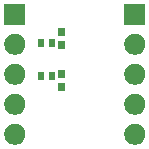
<source format=gbr>
G04 #@! TF.GenerationSoftware,KiCad,Pcbnew,(5.1.6-14-g3ac0951e1-dirty)*
G04 #@! TF.CreationDate,2021-04-17T10:51:59+02:00*
G04 #@! TF.ProjectId,A003.0000017200_DM.ADS7142.BOB,41303033-2e30-4303-9030-303137323030,rev?*
G04 #@! TF.SameCoordinates,Original*
G04 #@! TF.FileFunction,Soldermask,Bot*
G04 #@! TF.FilePolarity,Negative*
%FSLAX46Y46*%
G04 Gerber Fmt 4.6, Leading zero omitted, Abs format (unit mm)*
G04 Created by KiCad (PCBNEW (5.1.6-14-g3ac0951e1-dirty)) date 2021-04-17 10:51:59*
%MOMM*%
%LPD*%
G01*
G04 APERTURE LIST*
%ADD10C,0.100000*%
G04 APERTURE END LIST*
D10*
G36*
X137422520Y-85367586D02*
G01*
X137586310Y-85435430D01*
X137733717Y-85533924D01*
X137859076Y-85659283D01*
X137957570Y-85806690D01*
X138025414Y-85970480D01*
X138060000Y-86144358D01*
X138060000Y-86321642D01*
X138025414Y-86495520D01*
X137957570Y-86659310D01*
X137859076Y-86806717D01*
X137733717Y-86932076D01*
X137586310Y-87030570D01*
X137586309Y-87030571D01*
X137586308Y-87030571D01*
X137422520Y-87098414D01*
X137248644Y-87133000D01*
X137071356Y-87133000D01*
X136897480Y-87098414D01*
X136733692Y-87030571D01*
X136733691Y-87030571D01*
X136733690Y-87030570D01*
X136586283Y-86932076D01*
X136460924Y-86806717D01*
X136362430Y-86659310D01*
X136294586Y-86495520D01*
X136260000Y-86321642D01*
X136260000Y-86144358D01*
X136294586Y-85970480D01*
X136362430Y-85806690D01*
X136460924Y-85659283D01*
X136586283Y-85533924D01*
X136733690Y-85435430D01*
X136897480Y-85367586D01*
X137071356Y-85333000D01*
X137248644Y-85333000D01*
X137422520Y-85367586D01*
G37*
G36*
X127262520Y-85367586D02*
G01*
X127426310Y-85435430D01*
X127573717Y-85533924D01*
X127699076Y-85659283D01*
X127797570Y-85806690D01*
X127865414Y-85970480D01*
X127900000Y-86144358D01*
X127900000Y-86321642D01*
X127865414Y-86495520D01*
X127797570Y-86659310D01*
X127699076Y-86806717D01*
X127573717Y-86932076D01*
X127426310Y-87030570D01*
X127426309Y-87030571D01*
X127426308Y-87030571D01*
X127262520Y-87098414D01*
X127088644Y-87133000D01*
X126911356Y-87133000D01*
X126737480Y-87098414D01*
X126573692Y-87030571D01*
X126573691Y-87030571D01*
X126573690Y-87030570D01*
X126426283Y-86932076D01*
X126300924Y-86806717D01*
X126202430Y-86659310D01*
X126134586Y-86495520D01*
X126100000Y-86321642D01*
X126100000Y-86144358D01*
X126134586Y-85970480D01*
X126202430Y-85806690D01*
X126300924Y-85659283D01*
X126426283Y-85533924D01*
X126573690Y-85435430D01*
X126737480Y-85367586D01*
X126911356Y-85333000D01*
X127088644Y-85333000D01*
X127262520Y-85367586D01*
G37*
G36*
X127262520Y-82827586D02*
G01*
X127426310Y-82895430D01*
X127573717Y-82993924D01*
X127699076Y-83119283D01*
X127797570Y-83266690D01*
X127865414Y-83430480D01*
X127900000Y-83604358D01*
X127900000Y-83781642D01*
X127865414Y-83955520D01*
X127797570Y-84119310D01*
X127699076Y-84266717D01*
X127573717Y-84392076D01*
X127426310Y-84490570D01*
X127426309Y-84490571D01*
X127426308Y-84490571D01*
X127262520Y-84558414D01*
X127088644Y-84593000D01*
X126911356Y-84593000D01*
X126737480Y-84558414D01*
X126573692Y-84490571D01*
X126573691Y-84490571D01*
X126573690Y-84490570D01*
X126426283Y-84392076D01*
X126300924Y-84266717D01*
X126202430Y-84119310D01*
X126134586Y-83955520D01*
X126100000Y-83781642D01*
X126100000Y-83604358D01*
X126134586Y-83430480D01*
X126202430Y-83266690D01*
X126300924Y-83119283D01*
X126426283Y-82993924D01*
X126573690Y-82895430D01*
X126737480Y-82827586D01*
X126911356Y-82793000D01*
X127088644Y-82793000D01*
X127262520Y-82827586D01*
G37*
G36*
X137422520Y-82827586D02*
G01*
X137586310Y-82895430D01*
X137733717Y-82993924D01*
X137859076Y-83119283D01*
X137957570Y-83266690D01*
X138025414Y-83430480D01*
X138060000Y-83604358D01*
X138060000Y-83781642D01*
X138025414Y-83955520D01*
X137957570Y-84119310D01*
X137859076Y-84266717D01*
X137733717Y-84392076D01*
X137586310Y-84490570D01*
X137586309Y-84490571D01*
X137586308Y-84490571D01*
X137422520Y-84558414D01*
X137248644Y-84593000D01*
X137071356Y-84593000D01*
X136897480Y-84558414D01*
X136733692Y-84490571D01*
X136733691Y-84490571D01*
X136733690Y-84490570D01*
X136586283Y-84392076D01*
X136460924Y-84266717D01*
X136362430Y-84119310D01*
X136294586Y-83955520D01*
X136260000Y-83781642D01*
X136260000Y-83604358D01*
X136294586Y-83430480D01*
X136362430Y-83266690D01*
X136460924Y-83119283D01*
X136586283Y-82993924D01*
X136733690Y-82895430D01*
X136897480Y-82827586D01*
X137071356Y-82793000D01*
X137248644Y-82793000D01*
X137422520Y-82827586D01*
G37*
G36*
X131237000Y-82561000D02*
G01*
X130637000Y-82561000D01*
X130637000Y-81861000D01*
X131237000Y-81861000D01*
X131237000Y-82561000D01*
G37*
G36*
X137422520Y-80287586D02*
G01*
X137586310Y-80355430D01*
X137733717Y-80453924D01*
X137859076Y-80579283D01*
X137957570Y-80726690D01*
X138025414Y-80890480D01*
X138060000Y-81064358D01*
X138060000Y-81241642D01*
X138025414Y-81415520D01*
X137957570Y-81579310D01*
X137859076Y-81726717D01*
X137733717Y-81852076D01*
X137586310Y-81950570D01*
X137586309Y-81950571D01*
X137586308Y-81950571D01*
X137422520Y-82018414D01*
X137248644Y-82053000D01*
X137071356Y-82053000D01*
X136897480Y-82018414D01*
X136733692Y-81950571D01*
X136733691Y-81950571D01*
X136733690Y-81950570D01*
X136586283Y-81852076D01*
X136460924Y-81726717D01*
X136362430Y-81579310D01*
X136294586Y-81415520D01*
X136260000Y-81241642D01*
X136260000Y-81064358D01*
X136294586Y-80890480D01*
X136362430Y-80726690D01*
X136460924Y-80579283D01*
X136586283Y-80453924D01*
X136733690Y-80355430D01*
X136897480Y-80287586D01*
X137071356Y-80253000D01*
X137248644Y-80253000D01*
X137422520Y-80287586D01*
G37*
G36*
X127262520Y-80287586D02*
G01*
X127426310Y-80355430D01*
X127573717Y-80453924D01*
X127699076Y-80579283D01*
X127797570Y-80726690D01*
X127865414Y-80890480D01*
X127900000Y-81064358D01*
X127900000Y-81241642D01*
X127865414Y-81415520D01*
X127797570Y-81579310D01*
X127699076Y-81726717D01*
X127573717Y-81852076D01*
X127426310Y-81950570D01*
X127426309Y-81950571D01*
X127426308Y-81950571D01*
X127262520Y-82018414D01*
X127088644Y-82053000D01*
X126911356Y-82053000D01*
X126737480Y-82018414D01*
X126573692Y-81950571D01*
X126573691Y-81950571D01*
X126573690Y-81950570D01*
X126426283Y-81852076D01*
X126300924Y-81726717D01*
X126202430Y-81579310D01*
X126134586Y-81415520D01*
X126100000Y-81241642D01*
X126100000Y-81064358D01*
X126134586Y-80890480D01*
X126202430Y-80726690D01*
X126300924Y-80579283D01*
X126426283Y-80453924D01*
X126573690Y-80355430D01*
X126737480Y-80287586D01*
X126911356Y-80253000D01*
X127088644Y-80253000D01*
X127262520Y-80287586D01*
G37*
G36*
X130367000Y-81630000D02*
G01*
X129867000Y-81630000D01*
X129867000Y-80930000D01*
X130367000Y-80930000D01*
X130367000Y-81630000D01*
G37*
G36*
X129467000Y-81630000D02*
G01*
X128967000Y-81630000D01*
X128967000Y-80930000D01*
X129467000Y-80930000D01*
X129467000Y-81630000D01*
G37*
G36*
X131237000Y-81461000D02*
G01*
X130637000Y-81461000D01*
X130637000Y-80761000D01*
X131237000Y-80761000D01*
X131237000Y-81461000D01*
G37*
G36*
X137422520Y-77747586D02*
G01*
X137586310Y-77815430D01*
X137733717Y-77913924D01*
X137859076Y-78039283D01*
X137957570Y-78186690D01*
X138025414Y-78350480D01*
X138060000Y-78524358D01*
X138060000Y-78701642D01*
X138025414Y-78875520D01*
X137957570Y-79039310D01*
X137859076Y-79186717D01*
X137733717Y-79312076D01*
X137586310Y-79410570D01*
X137586309Y-79410571D01*
X137586308Y-79410571D01*
X137422520Y-79478414D01*
X137248644Y-79513000D01*
X137071356Y-79513000D01*
X136897480Y-79478414D01*
X136733692Y-79410571D01*
X136733691Y-79410571D01*
X136733690Y-79410570D01*
X136586283Y-79312076D01*
X136460924Y-79186717D01*
X136362430Y-79039310D01*
X136294586Y-78875520D01*
X136260000Y-78701642D01*
X136260000Y-78524358D01*
X136294586Y-78350480D01*
X136362430Y-78186690D01*
X136460924Y-78039283D01*
X136586283Y-77913924D01*
X136733690Y-77815430D01*
X136897480Y-77747586D01*
X137071356Y-77713000D01*
X137248644Y-77713000D01*
X137422520Y-77747586D01*
G37*
G36*
X127262520Y-77747586D02*
G01*
X127426310Y-77815430D01*
X127573717Y-77913924D01*
X127699076Y-78039283D01*
X127797570Y-78186690D01*
X127865414Y-78350480D01*
X127900000Y-78524358D01*
X127900000Y-78701642D01*
X127865414Y-78875520D01*
X127797570Y-79039310D01*
X127699076Y-79186717D01*
X127573717Y-79312076D01*
X127426310Y-79410570D01*
X127426309Y-79410571D01*
X127426308Y-79410571D01*
X127262520Y-79478414D01*
X127088644Y-79513000D01*
X126911356Y-79513000D01*
X126737480Y-79478414D01*
X126573692Y-79410571D01*
X126573691Y-79410571D01*
X126573690Y-79410570D01*
X126426283Y-79312076D01*
X126300924Y-79186717D01*
X126202430Y-79039310D01*
X126134586Y-78875520D01*
X126100000Y-78701642D01*
X126100000Y-78524358D01*
X126134586Y-78350480D01*
X126202430Y-78186690D01*
X126300924Y-78039283D01*
X126426283Y-77913924D01*
X126573690Y-77815430D01*
X126737480Y-77747586D01*
X126911356Y-77713000D01*
X127088644Y-77713000D01*
X127262520Y-77747586D01*
G37*
G36*
X131237000Y-79005000D02*
G01*
X130637000Y-79005000D01*
X130637000Y-78305000D01*
X131237000Y-78305000D01*
X131237000Y-79005000D01*
G37*
G36*
X129467000Y-78836000D02*
G01*
X128967000Y-78836000D01*
X128967000Y-78136000D01*
X129467000Y-78136000D01*
X129467000Y-78836000D01*
G37*
G36*
X130367000Y-78836000D02*
G01*
X129867000Y-78836000D01*
X129867000Y-78136000D01*
X130367000Y-78136000D01*
X130367000Y-78836000D01*
G37*
G36*
X131237000Y-77905000D02*
G01*
X130637000Y-77905000D01*
X130637000Y-77205000D01*
X131237000Y-77205000D01*
X131237000Y-77905000D01*
G37*
G36*
X127900000Y-76973000D02*
G01*
X126100000Y-76973000D01*
X126100000Y-75173000D01*
X127900000Y-75173000D01*
X127900000Y-76973000D01*
G37*
G36*
X138060000Y-76973000D02*
G01*
X136260000Y-76973000D01*
X136260000Y-75173000D01*
X138060000Y-75173000D01*
X138060000Y-76973000D01*
G37*
M02*

</source>
